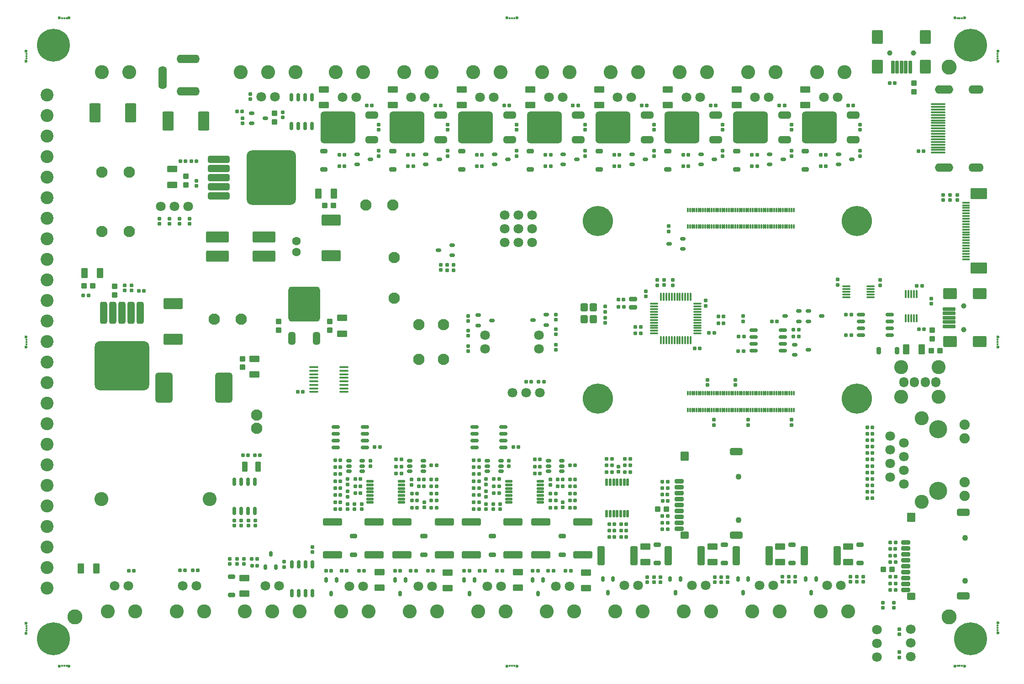
<source format=gts>
G04*
G04 #@! TF.GenerationSoftware,Altium Limited,Altium Designer,22.1.2 (22)*
G04*
G04 Layer_Color=8388736*
%FSLAX44Y44*%
%MOMM*%
G71*
G04*
G04 #@! TF.SameCoordinates,29E8C143-3DC4-495F-BF5F-5F13AAE0725B*
G04*
G04*
G04 #@! TF.FilePolarity,Negative*
G04*
G01*
G75*
G04:AMPARAMS|DCode=67|XSize=1.3mm|YSize=2.3mm|CornerRadius=0.23mm|HoleSize=0mm|Usage=FLASHONLY|Rotation=90.000|XOffset=0mm|YOffset=0mm|HoleType=Round|Shape=RoundedRectangle|*
%AMROUNDEDRECTD67*
21,1,1.3000,1.8400,0,0,90.0*
21,1,0.8400,2.3000,0,0,90.0*
1,1,0.4600,0.9200,0.4200*
1,1,0.4600,0.9200,-0.4200*
1,1,0.4600,-0.9200,-0.4200*
1,1,0.4600,-0.9200,0.4200*
%
%ADD67ROUNDEDRECTD67*%
G04:AMPARAMS|DCode=68|XSize=1.7mm|YSize=1.6mm|CornerRadius=0.275mm|HoleSize=0mm|Usage=FLASHONLY|Rotation=90.000|XOffset=0mm|YOffset=0mm|HoleType=Round|Shape=RoundedRectangle|*
%AMROUNDEDRECTD68*
21,1,1.7000,1.0500,0,0,90.0*
21,1,1.1500,1.6000,0,0,90.0*
1,1,0.5500,0.5250,0.5750*
1,1,0.5500,0.5250,-0.5750*
1,1,0.5500,-0.5250,-0.5750*
1,1,0.5500,-0.5250,0.5750*
%
%ADD68ROUNDEDRECTD68*%
G04:AMPARAMS|DCode=69|XSize=0.8mm|YSize=1.7mm|CornerRadius=0.155mm|HoleSize=0mm|Usage=FLASHONLY|Rotation=90.000|XOffset=0mm|YOffset=0mm|HoleType=Round|Shape=RoundedRectangle|*
%AMROUNDEDRECTD69*
21,1,0.8000,1.3900,0,0,90.0*
21,1,0.4900,1.7000,0,0,90.0*
1,1,0.3100,0.6950,0.2450*
1,1,0.3100,0.6950,-0.2450*
1,1,0.3100,-0.6950,-0.2450*
1,1,0.3100,-0.6950,0.2450*
%
%ADD69ROUNDEDRECTD69*%
G04:AMPARAMS|DCode=70|XSize=1.3mm|YSize=1.6mm|CornerRadius=0.23mm|HoleSize=0mm|Usage=FLASHONLY|Rotation=90.000|XOffset=0mm|YOffset=0mm|HoleType=Round|Shape=RoundedRectangle|*
%AMROUNDEDRECTD70*
21,1,1.3000,1.1400,0,0,90.0*
21,1,0.8400,1.6000,0,0,90.0*
1,1,0.4600,0.5700,0.4200*
1,1,0.4600,0.5700,-0.4200*
1,1,0.4600,-0.5700,-0.4200*
1,1,0.4600,-0.5700,0.4200*
%
%ADD70ROUNDEDRECTD70*%
G04:AMPARAMS|DCode=71|XSize=3.1mm|YSize=2.1mm|CornerRadius=0.15mm|HoleSize=0mm|Usage=FLASHONLY|Rotation=0.000|XOffset=0mm|YOffset=0mm|HoleType=Round|Shape=RoundedRectangle|*
%AMROUNDEDRECTD71*
21,1,3.1000,1.8000,0,0,0.0*
21,1,2.8000,2.1000,0,0,0.0*
1,1,0.3000,1.4000,-0.9000*
1,1,0.3000,-1.4000,-0.9000*
1,1,0.3000,-1.4000,0.9000*
1,1,0.3000,1.4000,0.9000*
%
%ADD71ROUNDEDRECTD71*%
G04:AMPARAMS|DCode=72|XSize=1.4mm|YSize=0.4mm|CornerRadius=0.125mm|HoleSize=0mm|Usage=FLASHONLY|Rotation=0.000|XOffset=0mm|YOffset=0mm|HoleType=Round|Shape=RoundedRectangle|*
%AMROUNDEDRECTD72*
21,1,1.4000,0.1500,0,0,0.0*
21,1,1.1500,0.4000,0,0,0.0*
1,1,0.2500,0.5750,-0.0750*
1,1,0.2500,-0.5750,-0.0750*
1,1,0.2500,-0.5750,0.0750*
1,1,0.2500,0.5750,0.0750*
%
%ADD72ROUNDEDRECTD72*%
G04:AMPARAMS|DCode=73|XSize=1.65mm|YSize=0.4mm|CornerRadius=0.125mm|HoleSize=0mm|Usage=FLASHONLY|Rotation=0.000|XOffset=0mm|YOffset=0mm|HoleType=Round|Shape=RoundedRectangle|*
%AMROUNDEDRECTD73*
21,1,1.6500,0.1500,0,0,0.0*
21,1,1.4000,0.4000,0,0,0.0*
1,1,0.2500,0.7000,-0.0750*
1,1,0.2500,-0.7000,-0.0750*
1,1,0.2500,-0.7000,0.0750*
1,1,0.2500,0.7000,0.0750*
%
%ADD73ROUNDEDRECTD73*%
G04:AMPARAMS|DCode=74|XSize=1.36mm|YSize=0.46mm|CornerRadius=0.14mm|HoleSize=0mm|Usage=FLASHONLY|Rotation=270.000|XOffset=0mm|YOffset=0mm|HoleType=Round|Shape=RoundedRectangle|*
%AMROUNDEDRECTD74*
21,1,1.3600,0.1800,0,0,270.0*
21,1,1.0800,0.4600,0,0,270.0*
1,1,0.2800,-0.0900,-0.5400*
1,1,0.2800,-0.0900,0.5400*
1,1,0.2800,0.0900,0.5400*
1,1,0.2800,0.0900,-0.5400*
%
%ADD74ROUNDEDRECTD74*%
G04:AMPARAMS|DCode=75|XSize=1.3mm|YSize=4.1mm|CornerRadius=0.35mm|HoleSize=0mm|Usage=FLASHONLY|Rotation=270.000|XOffset=0mm|YOffset=0mm|HoleType=Round|Shape=RoundedRectangle|*
%AMROUNDEDRECTD75*
21,1,1.3000,3.4000,0,0,270.0*
21,1,0.6000,4.1000,0,0,270.0*
1,1,0.7000,-1.7000,-0.3000*
1,1,0.7000,-1.7000,0.3000*
1,1,0.7000,1.7000,0.3000*
1,1,0.7000,1.7000,-0.3000*
%
%ADD75ROUNDEDRECTD75*%
G04:AMPARAMS|DCode=76|XSize=10.1mm|YSize=9.1mm|CornerRadius=0.95mm|HoleSize=0mm|Usage=FLASHONLY|Rotation=270.000|XOffset=0mm|YOffset=0mm|HoleType=Round|Shape=RoundedRectangle|*
%AMROUNDEDRECTD76*
21,1,10.1000,7.2000,0,0,270.0*
21,1,8.2000,9.1000,0,0,270.0*
1,1,1.9000,-3.6000,-4.1000*
1,1,1.9000,-3.6000,4.1000*
1,1,1.9000,3.6000,4.1000*
1,1,1.9000,3.6000,-4.1000*
%
%ADD76ROUNDEDRECTD76*%
G04:AMPARAMS|DCode=77|XSize=5.9mm|YSize=6.5mm|CornerRadius=0.63mm|HoleSize=0mm|Usage=FLASHONLY|Rotation=0.000|XOffset=0mm|YOffset=0mm|HoleType=Round|Shape=RoundedRectangle|*
%AMROUNDEDRECTD77*
21,1,5.9000,5.2400,0,0,0.0*
21,1,4.6400,6.5000,0,0,0.0*
1,1,1.2600,2.3200,-2.6200*
1,1,1.2600,-2.3200,-2.6200*
1,1,1.2600,-2.3200,2.6200*
1,1,1.2600,2.3200,2.6200*
%
%ADD77ROUNDEDRECTD77*%
G04:AMPARAMS|DCode=78|XSize=1.3mm|YSize=2.3mm|CornerRadius=0.35mm|HoleSize=0mm|Usage=FLASHONLY|Rotation=0.000|XOffset=0mm|YOffset=0mm|HoleType=Round|Shape=RoundedRectangle|*
%AMROUNDEDRECTD78*
21,1,1.3000,1.6000,0,0,0.0*
21,1,0.6000,2.3000,0,0,0.0*
1,1,0.7000,0.3000,-0.8000*
1,1,0.7000,-0.3000,-0.8000*
1,1,0.7000,-0.3000,0.8000*
1,1,0.7000,0.3000,0.8000*
%
%ADD78ROUNDEDRECTD78*%
G04:AMPARAMS|DCode=79|XSize=3.2mm|YSize=5.6mm|CornerRadius=0.515mm|HoleSize=0mm|Usage=FLASHONLY|Rotation=0.000|XOffset=0mm|YOffset=0mm|HoleType=Round|Shape=RoundedRectangle|*
%AMROUNDEDRECTD79*
21,1,3.2000,4.5700,0,0,0.0*
21,1,2.1700,5.6000,0,0,0.0*
1,1,1.0300,1.0850,-2.2850*
1,1,1.0300,-1.0850,-2.2850*
1,1,1.0300,-1.0850,2.2850*
1,1,1.0300,1.0850,2.2850*
%
%ADD79ROUNDEDRECTD79*%
G04:AMPARAMS|DCode=80|XSize=1mm|YSize=0.6mm|CornerRadius=0.175mm|HoleSize=0mm|Usage=FLASHONLY|Rotation=0.000|XOffset=0mm|YOffset=0mm|HoleType=Round|Shape=RoundedRectangle|*
%AMROUNDEDRECTD80*
21,1,1.0000,0.2500,0,0,0.0*
21,1,0.6500,0.6000,0,0,0.0*
1,1,0.3500,0.3250,-0.1250*
1,1,0.3500,-0.3250,-0.1250*
1,1,0.3500,-0.3250,0.1250*
1,1,0.3500,0.3250,0.1250*
%
%ADD80ROUNDEDRECTD80*%
G04:AMPARAMS|DCode=81|XSize=1.5mm|YSize=0.6mm|CornerRadius=0.175mm|HoleSize=0mm|Usage=FLASHONLY|Rotation=90.000|XOffset=0mm|YOffset=0mm|HoleType=Round|Shape=RoundedRectangle|*
%AMROUNDEDRECTD81*
21,1,1.5000,0.2500,0,0,90.0*
21,1,1.1500,0.6000,0,0,90.0*
1,1,0.3500,0.1250,0.5750*
1,1,0.3500,0.1250,-0.5750*
1,1,0.3500,-0.1250,-0.5750*
1,1,0.3500,-0.1250,0.5750*
%
%ADD81ROUNDEDRECTD81*%
G04:AMPARAMS|DCode=82|XSize=0.8mm|YSize=1.3mm|CornerRadius=0.12mm|HoleSize=0mm|Usage=FLASHONLY|Rotation=90.000|XOffset=0mm|YOffset=0mm|HoleType=Round|Shape=RoundedRectangle|*
%AMROUNDEDRECTD82*
21,1,0.8000,1.0600,0,0,90.0*
21,1,0.5600,1.3000,0,0,90.0*
1,1,0.2400,0.5300,0.2800*
1,1,0.2400,0.5300,-0.2800*
1,1,0.2400,-0.5300,-0.2800*
1,1,0.2400,-0.5300,0.2800*
%
%ADD82ROUNDEDRECTD82*%
G04:AMPARAMS|DCode=83|XSize=1.35mm|YSize=3.5mm|CornerRadius=0.175mm|HoleSize=0mm|Usage=FLASHONLY|Rotation=0.000|XOffset=0mm|YOffset=0mm|HoleType=Round|Shape=RoundedRectangle|*
%AMROUNDEDRECTD83*
21,1,1.3500,3.1500,0,0,0.0*
21,1,1.0000,3.5000,0,0,0.0*
1,1,0.3500,0.5000,-1.5750*
1,1,0.3500,-0.5000,-1.5750*
1,1,0.3500,-0.5000,1.5750*
1,1,0.3500,0.5000,1.5750*
%
%ADD83ROUNDEDRECTD83*%
G04:AMPARAMS|DCode=84|XSize=1.25mm|YSize=1.9mm|CornerRadius=0.165mm|HoleSize=0mm|Usage=FLASHONLY|Rotation=0.000|XOffset=0mm|YOffset=0mm|HoleType=Round|Shape=RoundedRectangle|*
%AMROUNDEDRECTD84*
21,1,1.2500,1.5700,0,0,0.0*
21,1,0.9200,1.9000,0,0,0.0*
1,1,0.3300,0.4600,-0.7850*
1,1,0.3300,-0.4600,-0.7850*
1,1,0.3300,-0.4600,0.7850*
1,1,0.3300,0.4600,0.7850*
%
%ADD84ROUNDEDRECTD84*%
G04:AMPARAMS|DCode=85|XSize=0.67mm|YSize=0.72mm|CornerRadius=0.107mm|HoleSize=0mm|Usage=FLASHONLY|Rotation=180.000|XOffset=0mm|YOffset=0mm|HoleType=Round|Shape=RoundedRectangle|*
%AMROUNDEDRECTD85*
21,1,0.6700,0.5060,0,0,180.0*
21,1,0.4560,0.7200,0,0,180.0*
1,1,0.2140,-0.2280,0.2530*
1,1,0.2140,0.2280,0.2530*
1,1,0.2140,0.2280,-0.2530*
1,1,0.2140,-0.2280,-0.2530*
%
%ADD85ROUNDEDRECTD85*%
G04:AMPARAMS|DCode=86|XSize=1.05mm|YSize=1.1mm|CornerRadius=0.145mm|HoleSize=0mm|Usage=FLASHONLY|Rotation=90.000|XOffset=0mm|YOffset=0mm|HoleType=Round|Shape=RoundedRectangle|*
%AMROUNDEDRECTD86*
21,1,1.0500,0.8100,0,0,90.0*
21,1,0.7600,1.1000,0,0,90.0*
1,1,0.2900,0.4050,0.3800*
1,1,0.2900,0.4050,-0.3800*
1,1,0.2900,-0.4050,-0.3800*
1,1,0.2900,-0.4050,0.3800*
%
%ADD86ROUNDEDRECTD86*%
G04:AMPARAMS|DCode=87|XSize=0.67mm|YSize=0.72mm|CornerRadius=0.107mm|HoleSize=0mm|Usage=FLASHONLY|Rotation=270.000|XOffset=0mm|YOffset=0mm|HoleType=Round|Shape=RoundedRectangle|*
%AMROUNDEDRECTD87*
21,1,0.6700,0.5060,0,0,270.0*
21,1,0.4560,0.7200,0,0,270.0*
1,1,0.2140,-0.2530,-0.2280*
1,1,0.2140,-0.2530,0.2280*
1,1,0.2140,0.2530,0.2280*
1,1,0.2140,0.2530,-0.2280*
%
%ADD87ROUNDEDRECTD87*%
G04:AMPARAMS|DCode=88|XSize=0.4mm|YSize=1.45mm|CornerRadius=0.095mm|HoleSize=0mm|Usage=FLASHONLY|Rotation=0.000|XOffset=0mm|YOffset=0mm|HoleType=Round|Shape=RoundedRectangle|*
%AMROUNDEDRECTD88*
21,1,0.4000,1.2600,0,0,0.0*
21,1,0.2100,1.4500,0,0,0.0*
1,1,0.1900,0.1050,-0.6300*
1,1,0.1900,-0.1050,-0.6300*
1,1,0.1900,-0.1050,0.6300*
1,1,0.1900,0.1050,0.6300*
%
%ADD88ROUNDEDRECTD88*%
%ADD89O,1.6500X0.3500*%
%ADD90O,0.3500X1.6500*%
G04:AMPARAMS|DCode=91|XSize=4.3mm|YSize=2.1mm|CornerRadius=0.35mm|HoleSize=0mm|Usage=FLASHONLY|Rotation=0.000|XOffset=0mm|YOffset=0mm|HoleType=Round|Shape=RoundedRectangle|*
%AMROUNDEDRECTD91*
21,1,4.3000,1.4000,0,0,0.0*
21,1,3.6000,2.1000,0,0,0.0*
1,1,0.7000,1.8000,-0.7000*
1,1,0.7000,-1.8000,-0.7000*
1,1,0.7000,-1.8000,0.7000*
1,1,0.7000,1.8000,0.7000*
%
%ADD91ROUNDEDRECTD91*%
G04:AMPARAMS|DCode=92|XSize=2.7mm|YSize=0.4mm|CornerRadius=0.125mm|HoleSize=0mm|Usage=FLASHONLY|Rotation=180.000|XOffset=0mm|YOffset=0mm|HoleType=Round|Shape=RoundedRectangle|*
%AMROUNDEDRECTD92*
21,1,2.7000,0.1500,0,0,180.0*
21,1,2.4500,0.4000,0,0,180.0*
1,1,0.2500,-1.2250,0.0750*
1,1,0.2500,1.2250,0.0750*
1,1,0.2500,1.2250,-0.0750*
1,1,0.2500,-1.2250,-0.0750*
%
%ADD92ROUNDEDRECTD92*%
%ADD93C,2.8000*%
G04:AMPARAMS|DCode=94|XSize=2.1mm|YSize=3.5mm|CornerRadius=0.25mm|HoleSize=0mm|Usage=FLASHONLY|Rotation=270.000|XOffset=0mm|YOffset=0mm|HoleType=Round|Shape=RoundedRectangle|*
%AMROUNDEDRECTD94*
21,1,2.1000,3.0000,0,0,270.0*
21,1,1.6000,3.5000,0,0,270.0*
1,1,0.5000,-1.5000,-0.8000*
1,1,0.5000,-1.5000,0.8000*
1,1,0.5000,1.5000,0.8000*
1,1,0.5000,1.5000,-0.8000*
%
%ADD94ROUNDEDRECTD94*%
G04:AMPARAMS|DCode=95|XSize=0.3mm|YSize=0.8mm|CornerRadius=0.1mm|HoleSize=0mm|Usage=FLASHONLY|Rotation=0.000|XOffset=0mm|YOffset=0mm|HoleType=Round|Shape=RoundedRectangle|*
%AMROUNDEDRECTD95*
21,1,0.3000,0.6000,0,0,0.0*
21,1,0.1000,0.8000,0,0,0.0*
1,1,0.2000,0.0500,-0.3000*
1,1,0.2000,-0.0500,-0.3000*
1,1,0.2000,-0.0500,0.3000*
1,1,0.2000,0.0500,0.3000*
%
%ADD95ROUNDEDRECTD95*%
G04:AMPARAMS|DCode=96|XSize=1.5mm|YSize=1.3mm|CornerRadius=0.23mm|HoleSize=0mm|Usage=FLASHONLY|Rotation=270.000|XOffset=0mm|YOffset=0mm|HoleType=Round|Shape=RoundedRectangle|*
%AMROUNDEDRECTD96*
21,1,1.5000,0.8400,0,0,270.0*
21,1,1.0400,1.3000,0,0,270.0*
1,1,0.4600,-0.4200,-0.5200*
1,1,0.4600,-0.4200,0.5200*
1,1,0.4600,0.4200,0.5200*
1,1,0.4600,0.4200,-0.5200*
%
%ADD96ROUNDEDRECTD96*%
G04:AMPARAMS|DCode=97|XSize=1.1mm|YSize=1.9mm|CornerRadius=0.15mm|HoleSize=0mm|Usage=FLASHONLY|Rotation=180.000|XOffset=0mm|YOffset=0mm|HoleType=Round|Shape=RoundedRectangle|*
%AMROUNDEDRECTD97*
21,1,1.1000,1.6000,0,0,180.0*
21,1,0.8000,1.9000,0,0,180.0*
1,1,0.3000,-0.4000,0.8000*
1,1,0.3000,0.4000,0.8000*
1,1,0.3000,0.4000,-0.8000*
1,1,0.3000,-0.4000,-0.8000*
%
%ADD97ROUNDEDRECTD97*%
G04:AMPARAMS|DCode=98|XSize=0.8mm|YSize=1.5mm|CornerRadius=0.155mm|HoleSize=0mm|Usage=FLASHONLY|Rotation=90.000|XOffset=0mm|YOffset=0mm|HoleType=Round|Shape=RoundedRectangle|*
%AMROUNDEDRECTD98*
21,1,0.8000,1.1900,0,0,90.0*
21,1,0.4900,1.5000,0,0,90.0*
1,1,0.3100,0.5950,0.2450*
1,1,0.3100,0.5950,-0.2450*
1,1,0.3100,-0.5950,-0.2450*
1,1,0.3100,-0.5950,0.2450*
%
%ADD98ROUNDEDRECTD98*%
G04:AMPARAMS|DCode=99|XSize=2.6mm|YSize=2.1mm|CornerRadius=0.35mm|HoleSize=0mm|Usage=FLASHONLY|Rotation=270.000|XOffset=0mm|YOffset=0mm|HoleType=Round|Shape=RoundedRectangle|*
%AMROUNDEDRECTD99*
21,1,2.6000,1.4000,0,0,270.0*
21,1,1.9000,2.1000,0,0,270.0*
1,1,0.7000,-0.7000,-0.9500*
1,1,0.7000,-0.7000,0.9500*
1,1,0.7000,0.7000,0.9500*
1,1,0.7000,0.7000,-0.9500*
%
%ADD99ROUNDEDRECTD99*%
G04:AMPARAMS|DCode=100|XSize=2.4mm|YSize=0.6mm|CornerRadius=0.125mm|HoleSize=0mm|Usage=FLASHONLY|Rotation=270.000|XOffset=0mm|YOffset=0mm|HoleType=Round|Shape=RoundedRectangle|*
%AMROUNDEDRECTD100*
21,1,2.4000,0.3500,0,0,270.0*
21,1,2.1500,0.6000,0,0,270.0*
1,1,0.2500,-0.1750,-1.0750*
1,1,0.2500,-0.1750,1.0750*
1,1,0.2500,0.1750,1.0750*
1,1,0.2500,0.1750,-1.0750*
%
%ADD100ROUNDEDRECTD100*%
G04:AMPARAMS|DCode=101|XSize=2.4mm|YSize=0.6mm|CornerRadius=0.125mm|HoleSize=0mm|Usage=FLASHONLY|Rotation=180.000|XOffset=0mm|YOffset=0mm|HoleType=Round|Shape=RoundedRectangle|*
%AMROUNDEDRECTD101*
21,1,2.4000,0.3500,0,0,180.0*
21,1,2.1500,0.6000,0,0,180.0*
1,1,0.2500,-1.0750,0.1750*
1,1,0.2500,1.0750,0.1750*
1,1,0.2500,1.0750,-0.1750*
1,1,0.2500,-1.0750,-0.1750*
%
%ADD101ROUNDEDRECTD101*%
G04:AMPARAMS|DCode=102|XSize=2.6mm|YSize=2.1mm|CornerRadius=0.35mm|HoleSize=0mm|Usage=FLASHONLY|Rotation=0.000|XOffset=0mm|YOffset=0mm|HoleType=Round|Shape=RoundedRectangle|*
%AMROUNDEDRECTD102*
21,1,2.6000,1.4000,0,0,0.0*
21,1,1.9000,2.1000,0,0,0.0*
1,1,0.7000,0.9500,-0.7000*
1,1,0.7000,-0.9500,-0.7000*
1,1,0.7000,-0.9500,0.7000*
1,1,0.7000,0.9500,0.7000*
%
%ADD102ROUNDEDRECTD102*%
G04:AMPARAMS|DCode=103|XSize=1.25mm|YSize=1.9mm|CornerRadius=0.165mm|HoleSize=0mm|Usage=FLASHONLY|Rotation=270.000|XOffset=0mm|YOffset=0mm|HoleType=Round|Shape=RoundedRectangle|*
%AMROUNDEDRECTD103*
21,1,1.2500,1.5700,0,0,270.0*
21,1,0.9200,1.9000,0,0,270.0*
1,1,0.3300,-0.7850,-0.4600*
1,1,0.3300,-0.7850,0.4600*
1,1,0.3300,0.7850,0.4600*
1,1,0.3300,0.7850,-0.4600*
%
%ADD103ROUNDEDRECTD103*%
G04:AMPARAMS|DCode=104|XSize=1.05mm|YSize=1.1mm|CornerRadius=0.145mm|HoleSize=0mm|Usage=FLASHONLY|Rotation=0.000|XOffset=0mm|YOffset=0mm|HoleType=Round|Shape=RoundedRectangle|*
%AMROUNDEDRECTD104*
21,1,1.0500,0.8100,0,0,0.0*
21,1,0.7600,1.1000,0,0,0.0*
1,1,0.2900,0.3800,-0.4050*
1,1,0.2900,-0.3800,-0.4050*
1,1,0.2900,-0.3800,0.4050*
1,1,0.2900,0.3800,0.4050*
%
%ADD104ROUNDEDRECTD104*%
G04:AMPARAMS|DCode=105|XSize=2.1mm|YSize=3.5mm|CornerRadius=0.25mm|HoleSize=0mm|Usage=FLASHONLY|Rotation=0.000|XOffset=0mm|YOffset=0mm|HoleType=Round|Shape=RoundedRectangle|*
%AMROUNDEDRECTD105*
21,1,2.1000,3.0000,0,0,0.0*
21,1,1.6000,3.5000,0,0,0.0*
1,1,0.5000,0.8000,-1.5000*
1,1,0.5000,-0.8000,-1.5000*
1,1,0.5000,-0.8000,1.5000*
1,1,0.5000,0.8000,1.5000*
%
%ADD105ROUNDEDRECTD105*%
G04:AMPARAMS|DCode=106|XSize=0.8mm|YSize=1.3mm|CornerRadius=0.12mm|HoleSize=0mm|Usage=FLASHONLY|Rotation=0.000|XOffset=0mm|YOffset=0mm|HoleType=Round|Shape=RoundedRectangle|*
%AMROUNDEDRECTD106*
21,1,0.8000,1.0600,0,0,0.0*
21,1,0.5600,1.3000,0,0,0.0*
1,1,0.2400,0.2800,-0.5300*
1,1,0.2400,-0.2800,-0.5300*
1,1,0.2400,-0.2800,0.5300*
1,1,0.2400,0.2800,0.5300*
%
%ADD106ROUNDEDRECTD106*%
G04:AMPARAMS|DCode=107|XSize=5.9mm|YSize=6.5mm|CornerRadius=0.63mm|HoleSize=0mm|Usage=FLASHONLY|Rotation=90.000|XOffset=0mm|YOffset=0mm|HoleType=Round|Shape=RoundedRectangle|*
%AMROUNDEDRECTD107*
21,1,5.9000,5.2400,0,0,90.0*
21,1,4.6400,6.5000,0,0,90.0*
1,1,1.2600,2.6200,2.3200*
1,1,1.2600,2.6200,-2.3200*
1,1,1.2600,-2.6200,-2.3200*
1,1,1.2600,-2.6200,2.3200*
%
%ADD107ROUNDEDRECTD107*%
G04:AMPARAMS|DCode=108|XSize=1.3mm|YSize=2.3mm|CornerRadius=0.35mm|HoleSize=0mm|Usage=FLASHONLY|Rotation=90.000|XOffset=0mm|YOffset=0mm|HoleType=Round|Shape=RoundedRectangle|*
%AMROUNDEDRECTD108*
21,1,1.3000,1.6000,0,0,90.0*
21,1,0.6000,2.3000,0,0,90.0*
1,1,0.7000,0.8000,0.3000*
1,1,0.7000,0.8000,-0.3000*
1,1,0.7000,-0.8000,-0.3000*
1,1,0.7000,-0.8000,0.3000*
%
%ADD108ROUNDEDRECTD108*%
G04:AMPARAMS|DCode=109|XSize=1.35mm|YSize=3.5mm|CornerRadius=0.175mm|HoleSize=0mm|Usage=FLASHONLY|Rotation=270.000|XOffset=0mm|YOffset=0mm|HoleType=Round|Shape=RoundedRectangle|*
%AMROUNDEDRECTD109*
21,1,1.3500,3.1500,0,0,270.0*
21,1,1.0000,3.5000,0,0,270.0*
1,1,0.3500,-1.5750,-0.5000*
1,1,0.3500,-1.5750,0.5000*
1,1,0.3500,1.5750,0.5000*
1,1,0.3500,1.5750,-0.5000*
%
%ADD109ROUNDEDRECTD109*%
G04:AMPARAMS|DCode=110|XSize=1.36mm|YSize=0.46mm|CornerRadius=0.14mm|HoleSize=0mm|Usage=FLASHONLY|Rotation=0.000|XOffset=0mm|YOffset=0mm|HoleType=Round|Shape=RoundedRectangle|*
%AMROUNDEDRECTD110*
21,1,1.3600,0.1800,0,0,0.0*
21,1,1.0800,0.4600,0,0,0.0*
1,1,0.2800,0.5400,-0.0900*
1,1,0.2800,-0.5400,-0.0900*
1,1,0.2800,-0.5400,0.0900*
1,1,0.2800,0.5400,0.0900*
%
%ADD110ROUNDEDRECTD110*%
G04:AMPARAMS|DCode=111|XSize=1.5mm|YSize=0.6mm|CornerRadius=0.175mm|HoleSize=0mm|Usage=FLASHONLY|Rotation=0.000|XOffset=0mm|YOffset=0mm|HoleType=Round|Shape=RoundedRectangle|*
%AMROUNDEDRECTD111*
21,1,1.5000,0.2500,0,0,0.0*
21,1,1.1500,0.6000,0,0,0.0*
1,1,0.3500,0.5750,-0.1250*
1,1,0.3500,-0.5750,-0.1250*
1,1,0.3500,-0.5750,0.1250*
1,1,0.3500,0.5750,0.1250*
%
%ADD111ROUNDEDRECTD111*%
G04:AMPARAMS|DCode=112|XSize=1.3mm|YSize=4.1mm|CornerRadius=0.35mm|HoleSize=0mm|Usage=FLASHONLY|Rotation=180.000|XOffset=0mm|YOffset=0mm|HoleType=Round|Shape=RoundedRectangle|*
%AMROUNDEDRECTD112*
21,1,1.3000,3.4000,0,0,180.0*
21,1,0.6000,4.1000,0,0,180.0*
1,1,0.7000,-0.3000,1.7000*
1,1,0.7000,0.3000,1.7000*
1,1,0.7000,0.3000,-1.7000*
1,1,0.7000,-0.3000,-1.7000*
%
%ADD112ROUNDEDRECTD112*%
G04:AMPARAMS|DCode=113|XSize=10.1mm|YSize=9.1mm|CornerRadius=0.95mm|HoleSize=0mm|Usage=FLASHONLY|Rotation=180.000|XOffset=0mm|YOffset=0mm|HoleType=Round|Shape=RoundedRectangle|*
%AMROUNDEDRECTD113*
21,1,10.1000,7.2000,0,0,180.0*
21,1,8.2000,9.1000,0,0,180.0*
1,1,1.9000,-4.1000,3.6000*
1,1,1.9000,4.1000,3.6000*
1,1,1.9000,4.1000,-3.6000*
1,1,1.9000,-4.1000,-3.6000*
%
%ADD113ROUNDEDRECTD113*%
G04:AMPARAMS|DCode=114|XSize=1mm|YSize=0.6mm|CornerRadius=0.175mm|HoleSize=0mm|Usage=FLASHONLY|Rotation=270.000|XOffset=0mm|YOffset=0mm|HoleType=Round|Shape=RoundedRectangle|*
%AMROUNDEDRECTD114*
21,1,1.0000,0.2500,0,0,270.0*
21,1,0.6500,0.6000,0,0,270.0*
1,1,0.3500,-0.1250,-0.3250*
1,1,0.3500,-0.1250,0.3250*
1,1,0.3500,0.1250,0.3250*
1,1,0.3500,0.1250,-0.3250*
%
%ADD114ROUNDEDRECTD114*%
G04:AMPARAMS|DCode=115|XSize=0.4mm|YSize=1.45mm|CornerRadius=0.095mm|HoleSize=0mm|Usage=FLASHONLY|Rotation=90.000|XOffset=0mm|YOffset=0mm|HoleType=Round|Shape=RoundedRectangle|*
%AMROUNDEDRECTD115*
21,1,0.4000,1.2600,0,0,90.0*
21,1,0.2100,1.4500,0,0,90.0*
1,1,0.1900,0.6300,0.1050*
1,1,0.1900,0.6300,-0.1050*
1,1,0.1900,-0.6300,-0.1050*
1,1,0.1900,-0.6300,0.1050*
%
%ADD115ROUNDEDRECTD115*%
%ADD116C,1.1000*%
%ADD117C,2.4000*%
%ADD118C,2.1000*%
%ADD119C,0.6000*%
%ADD120C,0.4000*%
%ADD121C,1.8000*%
%ADD122C,2.6000*%
%ADD123C,1.9000*%
%ADD124C,3.3500*%
%ADD125O,3.4000X1.6000*%
%ADD126O,2.8000X1.6000*%
%ADD127C,1.6000*%
%ADD128O,4.3000X1.6000*%
%ADD129O,1.6000X4.3000*%
%ADD130O,1.7000X1.9000*%
%ADD131C,1.0000*%
%ADD132C,5.6000*%
%ADD133C,6.1000*%
%ADD134C,0.9032*%
D67*
X1736000Y284000D02*
D03*
Y129000D02*
D03*
X1316000Y397000D02*
D03*
Y242000D02*
D03*
D68*
X1640000Y275000D02*
D03*
X1220000Y388000D02*
D03*
D69*
X1630000Y228500D02*
D03*
Y206500D02*
D03*
Y151500D02*
D03*
Y195500D02*
D03*
Y184500D02*
D03*
Y162500D02*
D03*
Y173500D02*
D03*
Y217500D02*
D03*
Y140500D02*
D03*
X1210000Y341500D02*
D03*
Y319500D02*
D03*
Y264500D02*
D03*
Y308500D02*
D03*
Y297500D02*
D03*
Y275500D02*
D03*
Y286500D02*
D03*
Y330500D02*
D03*
Y253500D02*
D03*
D70*
X1640000Y128500D02*
D03*
X1220000Y241500D02*
D03*
D71*
X1765000Y737000D02*
D03*
Y875000D02*
D03*
D72*
X1741500Y803500D02*
D03*
Y808500D02*
D03*
Y813500D02*
D03*
Y818500D02*
D03*
Y823500D02*
D03*
Y828500D02*
D03*
Y833500D02*
D03*
Y838500D02*
D03*
Y783500D02*
D03*
Y788500D02*
D03*
Y793500D02*
D03*
Y798500D02*
D03*
Y763500D02*
D03*
Y768500D02*
D03*
Y773500D02*
D03*
Y778500D02*
D03*
Y843500D02*
D03*
Y848500D02*
D03*
Y853500D02*
D03*
Y858500D02*
D03*
Y753500D02*
D03*
Y758500D02*
D03*
D73*
X532500Y514000D02*
D03*
X588500Y553000D02*
D03*
X532500Y540000D02*
D03*
Y533500D02*
D03*
Y527000D02*
D03*
Y520500D02*
D03*
Y507500D02*
D03*
Y553000D02*
D03*
Y546500D02*
D03*
X588500Y533500D02*
D03*
Y540000D02*
D03*
Y546500D02*
D03*
Y507500D02*
D03*
Y514000D02*
D03*
Y520500D02*
D03*
Y527000D02*
D03*
D74*
X1095000Y282000D02*
D03*
X1101500D02*
D03*
X1108000D02*
D03*
X1114500D02*
D03*
X1075500D02*
D03*
X1082000D02*
D03*
X1088500D02*
D03*
Y340000D02*
D03*
X1082000D02*
D03*
X1075500D02*
D03*
X1114500D02*
D03*
X1108000D02*
D03*
X1101500D02*
D03*
X1095000D02*
D03*
D75*
X356000Y888000D02*
D03*
Y939000D02*
D03*
Y871000D02*
D03*
Y922000D02*
D03*
Y905000D02*
D03*
D76*
X454000D02*
D03*
D77*
X515000Y670000D02*
D03*
D78*
X537800Y607000D02*
D03*
X492200D02*
D03*
D79*
X254500Y515000D02*
D03*
X365500D02*
D03*
D80*
X992500Y360000D02*
D03*
Y370000D02*
D03*
Y380000D02*
D03*
X967500Y360000D02*
D03*
Y370000D02*
D03*
Y380000D02*
D03*
X1216500Y772500D02*
D03*
Y791500D02*
D03*
X1191500Y782000D02*
D03*
X612590Y947880D02*
D03*
Y928880D02*
D03*
X637590Y938380D02*
D03*
X740080Y947880D02*
D03*
Y928880D02*
D03*
X765080Y938380D02*
D03*
X867570Y947880D02*
D03*
Y928880D02*
D03*
X892570Y938380D02*
D03*
X995060Y947880D02*
D03*
Y928880D02*
D03*
X1020060Y938380D02*
D03*
X1122550Y947880D02*
D03*
Y928880D02*
D03*
X1147550Y938380D02*
D03*
X1250040Y947880D02*
D03*
Y928880D02*
D03*
X1275040Y938380D02*
D03*
X1377530Y947880D02*
D03*
Y928880D02*
D03*
X1402530Y938380D02*
D03*
X1505020Y947880D02*
D03*
Y928880D02*
D03*
X1530020Y938380D02*
D03*
X597500Y380000D02*
D03*
Y370000D02*
D03*
Y360000D02*
D03*
X622500Y380000D02*
D03*
Y370000D02*
D03*
Y360000D02*
D03*
X879500D02*
D03*
Y370000D02*
D03*
Y380000D02*
D03*
X854500Y360000D02*
D03*
Y370000D02*
D03*
Y380000D02*
D03*
X710500D02*
D03*
Y370000D02*
D03*
Y360000D02*
D03*
X735500Y380000D02*
D03*
Y370000D02*
D03*
Y360000D02*
D03*
X837500Y649500D02*
D03*
Y630500D02*
D03*
X862500Y640000D02*
D03*
X963800Y631465D02*
D03*
Y650465D02*
D03*
X938800Y640965D02*
D03*
X1448999Y657467D02*
D03*
Y638467D02*
D03*
X1473999Y647968D02*
D03*
X1423999Y594967D02*
D03*
Y575967D02*
D03*
X1448999Y585467D02*
D03*
X789000Y760500D02*
D03*
Y779500D02*
D03*
X764000Y770000D02*
D03*
X1431499Y638467D02*
D03*
Y657467D02*
D03*
X1406499Y647968D02*
D03*
X417500Y1024500D02*
D03*
Y1005500D02*
D03*
X442500Y1015000D02*
D03*
D81*
X529050Y1054000D02*
D03*
X516350D02*
D03*
X503650D02*
D03*
X490950D02*
D03*
X529050Y1000000D02*
D03*
X516350D02*
D03*
X503650D02*
D03*
X490950D02*
D03*
X385300Y287000D02*
D03*
X398000D02*
D03*
X410700D02*
D03*
X423400D02*
D03*
X385300Y341000D02*
D03*
X398000D02*
D03*
X410700D02*
D03*
X423400D02*
D03*
X491950Y134000D02*
D03*
X504650D02*
D03*
X517350D02*
D03*
X530050D02*
D03*
X491950Y188000D02*
D03*
X504650D02*
D03*
X517350D02*
D03*
X530050D02*
D03*
D82*
X1443860Y920110D02*
D03*
Y954110D02*
D03*
X606240Y239820D02*
D03*
Y205820D02*
D03*
X863240D02*
D03*
Y239820D02*
D03*
X736240D02*
D03*
Y205820D02*
D03*
X993240D02*
D03*
Y239820D02*
D03*
X1169240Y190320D02*
D03*
Y224320D02*
D03*
X1293240Y190320D02*
D03*
Y224320D02*
D03*
X1419240Y190320D02*
D03*
Y224320D02*
D03*
X1545240Y190320D02*
D03*
Y224320D02*
D03*
X380000Y131000D02*
D03*
Y165000D02*
D03*
X551430Y920110D02*
D03*
Y954110D02*
D03*
X678920Y920110D02*
D03*
Y954110D02*
D03*
X806410Y920110D02*
D03*
Y954110D02*
D03*
X933900Y920110D02*
D03*
Y954110D02*
D03*
X1061390Y920110D02*
D03*
Y954110D02*
D03*
X1188880Y920110D02*
D03*
Y954110D02*
D03*
X1316370Y920110D02*
D03*
Y954110D02*
D03*
D83*
X1441740Y203320D02*
D03*
X1502740D02*
D03*
X1064740D02*
D03*
X1125740D02*
D03*
X1189740D02*
D03*
X1250740D02*
D03*
X1315240D02*
D03*
X1376240D02*
D03*
D84*
X100500Y180000D02*
D03*
X129500D02*
D03*
X540500Y875000D02*
D03*
X569500D02*
D03*
X107500Y728000D02*
D03*
X136500D02*
D03*
X1659500Y586500D02*
D03*
X1630500D02*
D03*
D85*
X1663800Y624000D02*
D03*
X1654200D02*
D03*
X609200Y320000D02*
D03*
X618800D02*
D03*
X875800D02*
D03*
X866200D02*
D03*
X759800Y371000D02*
D03*
X750200D02*
D03*
X1007200D02*
D03*
X1016800D02*
D03*
X655040Y404820D02*
D03*
X645440D02*
D03*
X902440D02*
D03*
X912040D02*
D03*
X736800Y332000D02*
D03*
X727200D02*
D03*
X984200D02*
D03*
X993800D02*
D03*
X423200Y390000D02*
D03*
X432800D02*
D03*
X410800D02*
D03*
X401200D02*
D03*
X1653200Y954000D02*
D03*
X1662800D02*
D03*
X1567800Y418000D02*
D03*
X1558200D02*
D03*
X1567800Y430000D02*
D03*
X1558200D02*
D03*
X105200Y686000D02*
D03*
X114800D02*
D03*
X581800Y329000D02*
D03*
X572200D02*
D03*
X829200D02*
D03*
X838800D02*
D03*
X581800Y342000D02*
D03*
X572200D02*
D03*
X829200D02*
D03*
X838800D02*
D03*
X572200Y303000D02*
D03*
X581800D02*
D03*
X838800D02*
D03*
X829200D02*
D03*
X572200Y290000D02*
D03*
X581800D02*
D03*
X838800D02*
D03*
X829200D02*
D03*
X581800Y316000D02*
D03*
X572200D02*
D03*
X829200D02*
D03*
X838800D02*
D03*
X572200Y355000D02*
D03*
X581800D02*
D03*
X838800D02*
D03*
X829200D02*
D03*
X581800Y368000D02*
D03*
X572200D02*
D03*
X829200D02*
D03*
X838800D02*
D03*
X750200Y306000D02*
D03*
X759800D02*
D03*
X1016800D02*
D03*
X1007200D02*
D03*
X750200Y293000D02*
D03*
X759800D02*
D03*
X1016800D02*
D03*
X1007200D02*
D03*
X759800Y332000D02*
D03*
X750200D02*
D03*
X1007200D02*
D03*
X1016800D02*
D03*
X759800Y345000D02*
D03*
X750200D02*
D03*
X1007200D02*
D03*
X1016800D02*
D03*
X750200Y319000D02*
D03*
X759800D02*
D03*
X1016800D02*
D03*
X1007200D02*
D03*
X736800Y345000D02*
D03*
X727200D02*
D03*
X984200D02*
D03*
X993800D02*
D03*
X581800Y381000D02*
D03*
X572200D02*
D03*
X829200D02*
D03*
X838800D02*
D03*
X685200Y356000D02*
D03*
X694800D02*
D03*
X951800D02*
D03*
X942200D02*
D03*
X1109200Y371000D02*
D03*
X1118800D02*
D03*
X1109200Y359000D02*
D03*
X1118800D02*
D03*
X1109200Y383000D02*
D03*
X1118800D02*
D03*
X1085000Y371000D02*
D03*
X1075400D02*
D03*
X1085000Y359000D02*
D03*
X1075400D02*
D03*
X1085000Y383000D02*
D03*
X1075400D02*
D03*
X1102200Y250000D02*
D03*
X1111800D02*
D03*
X1102200Y262000D02*
D03*
X1111800D02*
D03*
X1102200Y238000D02*
D03*
X1111800D02*
D03*
X1089800Y250000D02*
D03*
X1080200D02*
D03*
X1089800Y262000D02*
D03*
X1080200D02*
D03*
X1089800Y238000D02*
D03*
X1080200D02*
D03*
X1558200Y322000D02*
D03*
X1567800D02*
D03*
X1558200Y358000D02*
D03*
X1567800D02*
D03*
X1558200Y370000D02*
D03*
X1567800D02*
D03*
X1558200Y406000D02*
D03*
X1567800D02*
D03*
X1558200Y442000D02*
D03*
X1567800D02*
D03*
X1558200Y310000D02*
D03*
X1567800D02*
D03*
Y334000D02*
D03*
X1558200D02*
D03*
X1567800Y346000D02*
D03*
X1558200D02*
D03*
X1567800Y382000D02*
D03*
X1558200D02*
D03*
X1567800Y394000D02*
D03*
X1558200D02*
D03*
X208200Y695000D02*
D03*
X217800D02*
D03*
X198800Y176000D02*
D03*
X189200D02*
D03*
X317800Y177000D02*
D03*
X308200D02*
D03*
X293800D02*
D03*
X284200D02*
D03*
X294800Y935000D02*
D03*
X285200D02*
D03*
X630450Y1038710D02*
D03*
X640050D02*
D03*
X757940D02*
D03*
X767540D02*
D03*
X885430D02*
D03*
X895030D02*
D03*
X1012920D02*
D03*
X1022520D02*
D03*
X1140410D02*
D03*
X1150010D02*
D03*
X1267900D02*
D03*
X1277500D02*
D03*
X1395390D02*
D03*
X1404990D02*
D03*
X1522880D02*
D03*
X1532480D02*
D03*
X579650Y947270D02*
D03*
X589250D02*
D03*
X707140D02*
D03*
X716740D02*
D03*
X834630D02*
D03*
X844230D02*
D03*
X962120D02*
D03*
X971720D02*
D03*
X1089610D02*
D03*
X1099210D02*
D03*
X1217100D02*
D03*
X1226700D02*
D03*
X1344590D02*
D03*
X1354190D02*
D03*
X1472080D02*
D03*
X1481680D02*
D03*
X589250Y925680D02*
D03*
X579650D02*
D03*
X716740D02*
D03*
X707140D02*
D03*
X844230D02*
D03*
X834630D02*
D03*
X971720D02*
D03*
X962120D02*
D03*
X1099210D02*
D03*
X1089610D02*
D03*
X1226700D02*
D03*
X1217100D02*
D03*
X1354190D02*
D03*
X1344590D02*
D03*
X1481680D02*
D03*
X1472080D02*
D03*
X616200Y176000D02*
D03*
X625800D02*
D03*
X744100Y176000D02*
D03*
X753700D02*
D03*
X999200Y176000D02*
D03*
X1008800D02*
D03*
X872200D02*
D03*
X881800D02*
D03*
X593800D02*
D03*
X584200D02*
D03*
X721700Y176000D02*
D03*
X712100D02*
D03*
X976800Y176000D02*
D03*
X967200D02*
D03*
X849800D02*
D03*
X840200D02*
D03*
X564800D02*
D03*
X555200D02*
D03*
X692700Y176000D02*
D03*
X683100D02*
D03*
X947800Y176000D02*
D03*
X938200D02*
D03*
X820800D02*
D03*
X811200D02*
D03*
X1247800Y588000D02*
D03*
X1238200D02*
D03*
X1128700Y616300D02*
D03*
X1138300D02*
D03*
X1128700Y628300D02*
D03*
X1138300D02*
D03*
X1519200Y613000D02*
D03*
X1528800D02*
D03*
X1519200Y651000D02*
D03*
X1528800D02*
D03*
X1659800Y704000D02*
D03*
X1650200D02*
D03*
X1179200Y305000D02*
D03*
X1188800D02*
D03*
X1601200Y192000D02*
D03*
X1610800D02*
D03*
X1329800Y610000D02*
D03*
X1320200D02*
D03*
X502500Y507500D02*
D03*
X512100D02*
D03*
X1178500Y317000D02*
D03*
X1188100D02*
D03*
X1601000Y204000D02*
D03*
X1610600D02*
D03*
X1178700Y277000D02*
D03*
X1188300D02*
D03*
X1601200Y165000D02*
D03*
X1610800D02*
D03*
X1178700Y265000D02*
D03*
X1188300D02*
D03*
X1601200Y152000D02*
D03*
X1610800D02*
D03*
X1178700Y253000D02*
D03*
X1188300D02*
D03*
X1601200Y140000D02*
D03*
X1610800D02*
D03*
X1178700Y341000D02*
D03*
X1188300D02*
D03*
X1601200Y228000D02*
D03*
X1610800D02*
D03*
X1178700Y329000D02*
D03*
X1188300D02*
D03*
X1601000Y216000D02*
D03*
X1610600D02*
D03*
X1381499Y637967D02*
D03*
X1391099D02*
D03*
X1431299Y622967D02*
D03*
X1421699D02*
D03*
Y610467D02*
D03*
X1431299D02*
D03*
X1319199Y582967D02*
D03*
X1328799D02*
D03*
X1600200Y1080000D02*
D03*
X1609800D02*
D03*
X314800Y935000D02*
D03*
X305200D02*
D03*
X390200Y1027500D02*
D03*
X399800D02*
D03*
X417700Y197500D02*
D03*
X427300D02*
D03*
X427500Y185000D02*
D03*
X417900D02*
D03*
X1097200Y679000D02*
D03*
X1106800D02*
D03*
X1097400Y665000D02*
D03*
X1107000D02*
D03*
X958800Y526000D02*
D03*
X949200D02*
D03*
X935800D02*
D03*
X926200D02*
D03*
X618800Y346000D02*
D03*
X609200D02*
D03*
X866200D02*
D03*
X875800D02*
D03*
X714200Y293000D02*
D03*
X723800D02*
D03*
X980800D02*
D03*
X971200D02*
D03*
X714200Y319000D02*
D03*
X723800D02*
D03*
X980800D02*
D03*
X971200D02*
D03*
X618800Y332000D02*
D03*
X609200D02*
D03*
X866200D02*
D03*
X875800D02*
D03*
X714200Y306000D02*
D03*
X723800D02*
D03*
X980800D02*
D03*
X971200D02*
D03*
X694800Y382000D02*
D03*
X685200D02*
D03*
X942200D02*
D03*
X951800D02*
D03*
X694800Y369000D02*
D03*
X685200D02*
D03*
X942200D02*
D03*
X951800D02*
D03*
X1291800Y635000D02*
D03*
X1282200D02*
D03*
X1291800Y647000D02*
D03*
X1282200D02*
D03*
X1274800Y617000D02*
D03*
X1265200D02*
D03*
D86*
X460000Y1008000D02*
D03*
Y1024000D02*
D03*
X163000Y687000D02*
D03*
Y703000D02*
D03*
X400000Y569000D02*
D03*
Y553000D02*
D03*
X467000Y622000D02*
D03*
Y638000D02*
D03*
X562000D02*
D03*
Y622000D02*
D03*
X295000Y907000D02*
D03*
Y891000D02*
D03*
X1679000Y606000D02*
D03*
Y622000D02*
D03*
X1645000Y1080000D02*
D03*
Y1064000D02*
D03*
D87*
X1097000Y368800D02*
D03*
Y359200D02*
D03*
X595000Y345800D02*
D03*
Y336200D02*
D03*
X852000D02*
D03*
Y345800D02*
D03*
X637200Y370000D02*
D03*
Y379600D02*
D03*
X894200Y370000D02*
D03*
Y379600D02*
D03*
X595000Y290200D02*
D03*
Y299800D02*
D03*
X852000D02*
D03*
Y290200D02*
D03*
X737000Y293200D02*
D03*
Y302800D02*
D03*
X994000D02*
D03*
Y293200D02*
D03*
X424000Y259200D02*
D03*
Y268800D02*
D03*
X1725000Y872800D02*
D03*
Y863200D02*
D03*
X530000Y219800D02*
D03*
Y210200D02*
D03*
X182000Y695200D02*
D03*
Y704800D02*
D03*
X283333Y828800D02*
D03*
Y819200D02*
D03*
X315000Y898800D02*
D03*
Y889200D02*
D03*
X608000Y299800D02*
D03*
Y290200D02*
D03*
X865000D02*
D03*
Y299800D02*
D03*
X621000D02*
D03*
Y290200D02*
D03*
X878000D02*
D03*
Y299800D02*
D03*
X714000Y344800D02*
D03*
Y335200D02*
D03*
X971000D02*
D03*
Y344800D02*
D03*
X411000Y268800D02*
D03*
Y259200D02*
D03*
X403000Y197800D02*
D03*
Y188200D02*
D03*
X390000Y197800D02*
D03*
Y188200D02*
D03*
X377000Y197800D02*
D03*
Y188200D02*
D03*
X195000Y704800D02*
D03*
Y695200D02*
D03*
X302000Y819200D02*
D03*
Y828800D02*
D03*
X246000Y819200D02*
D03*
Y828800D02*
D03*
X264667D02*
D03*
Y819200D02*
D03*
X653030Y1002870D02*
D03*
Y993270D02*
D03*
X780520Y1002870D02*
D03*
Y993270D02*
D03*
X908010Y1002870D02*
D03*
Y993270D02*
D03*
X1035500Y1002870D02*
D03*
Y993270D02*
D03*
X1162990Y1002870D02*
D03*
Y993270D02*
D03*
X1290480Y1002870D02*
D03*
Y993270D02*
D03*
X1417970Y1002870D02*
D03*
Y993270D02*
D03*
X1545460Y1002870D02*
D03*
Y993270D02*
D03*
X653030Y954330D02*
D03*
Y944730D02*
D03*
X780520Y954330D02*
D03*
Y944730D02*
D03*
X908010Y954330D02*
D03*
Y944730D02*
D03*
X1035500Y954330D02*
D03*
Y944730D02*
D03*
X1162990Y954330D02*
D03*
Y944730D02*
D03*
X1290480Y954330D02*
D03*
Y944730D02*
D03*
X1417970Y954330D02*
D03*
Y944730D02*
D03*
X1545460Y954330D02*
D03*
Y944730D02*
D03*
X1150800Y154700D02*
D03*
Y164300D02*
D03*
X1275500Y154700D02*
D03*
Y164300D02*
D03*
X1401000Y155200D02*
D03*
Y164800D02*
D03*
X1527000Y155200D02*
D03*
Y164800D02*
D03*
X1162800Y154700D02*
D03*
Y164300D02*
D03*
X1287500Y154700D02*
D03*
Y164300D02*
D03*
X1413000Y155200D02*
D03*
Y164800D02*
D03*
X1539000Y155200D02*
D03*
Y164800D02*
D03*
X1174800Y164300D02*
D03*
Y154700D02*
D03*
X1299500Y164300D02*
D03*
Y154700D02*
D03*
X1425000Y164800D02*
D03*
Y155200D02*
D03*
X1551000Y164800D02*
D03*
Y155200D02*
D03*
X1259000Y667200D02*
D03*
Y676800D02*
D03*
X1169500Y714900D02*
D03*
Y705300D02*
D03*
X1148000Y684200D02*
D03*
Y693800D02*
D03*
X1073000Y665800D02*
D03*
Y656200D02*
D03*
X818500Y582700D02*
D03*
Y592300D02*
D03*
Y648300D02*
D03*
Y638700D02*
D03*
Y621300D02*
D03*
Y611700D02*
D03*
X1328000Y638200D02*
D03*
Y647800D02*
D03*
X981000Y585200D02*
D03*
Y594800D02*
D03*
Y614200D02*
D03*
Y623800D02*
D03*
Y641200D02*
D03*
Y650800D02*
D03*
X1073000Y635200D02*
D03*
Y644800D02*
D03*
X1504000Y715800D02*
D03*
Y706200D02*
D03*
X475000Y1016200D02*
D03*
Y1025800D02*
D03*
X1262000Y520200D02*
D03*
Y529800D02*
D03*
X1418000Y455800D02*
D03*
Y446200D02*
D03*
X1582000Y705200D02*
D03*
Y714800D02*
D03*
X767500Y733400D02*
D03*
Y743000D02*
D03*
X779500Y742800D02*
D03*
Y733200D02*
D03*
X791500Y742800D02*
D03*
Y733200D02*
D03*
X1677000Y671200D02*
D03*
Y680800D02*
D03*
X415000Y1050200D02*
D03*
Y1059800D02*
D03*
X400000Y1014800D02*
D03*
Y1005200D02*
D03*
X477500Y192500D02*
D03*
Y182900D02*
D03*
X1608000Y107200D02*
D03*
Y116800D02*
D03*
X1190000Y805200D02*
D03*
Y814800D02*
D03*
X1587000Y107200D02*
D03*
Y116800D02*
D03*
X1618000Y24800D02*
D03*
Y15200D02*
D03*
Y67800D02*
D03*
Y58200D02*
D03*
X595000Y322800D02*
D03*
Y313200D02*
D03*
X852000D02*
D03*
Y322800D02*
D03*
X1699000Y872800D02*
D03*
Y863200D02*
D03*
X1712000Y872800D02*
D03*
Y863200D02*
D03*
X398000Y259200D02*
D03*
Y268800D02*
D03*
X385000Y259200D02*
D03*
Y268800D02*
D03*
X1198000Y714800D02*
D03*
Y705200D02*
D03*
X1181500Y715100D02*
D03*
Y705500D02*
D03*
X1338000Y455800D02*
D03*
Y446200D02*
D03*
X1314000Y520200D02*
D03*
Y529800D02*
D03*
X1274000Y446200D02*
D03*
Y455800D02*
D03*
D88*
X1630000Y644250D02*
D03*
X1635000D02*
D03*
X1640000D02*
D03*
X1645000D02*
D03*
X1650000D02*
D03*
X1630000Y688750D02*
D03*
X1635000D02*
D03*
X1640000D02*
D03*
X1645000D02*
D03*
X1650000D02*
D03*
D89*
X1163250Y670800D02*
D03*
Y665800D02*
D03*
Y660800D02*
D03*
Y655800D02*
D03*
Y650800D02*
D03*
Y645800D02*
D03*
Y640800D02*
D03*
Y635800D02*
D03*
Y630800D02*
D03*
Y625800D02*
D03*
Y620800D02*
D03*
Y615800D02*
D03*
X1243750D02*
D03*
Y620800D02*
D03*
Y625800D02*
D03*
Y630800D02*
D03*
Y635800D02*
D03*
Y640800D02*
D03*
Y645800D02*
D03*
Y650800D02*
D03*
Y655800D02*
D03*
Y660800D02*
D03*
Y665800D02*
D03*
Y670800D02*
D03*
D90*
X1176000Y603050D02*
D03*
X1181000D02*
D03*
X1186000D02*
D03*
X1191000D02*
D03*
X1196000D02*
D03*
X1201000D02*
D03*
X1206000D02*
D03*
X1211000D02*
D03*
X1216000D02*
D03*
X1221000D02*
D03*
X1226000D02*
D03*
X1231000D02*
D03*
Y683550D02*
D03*
X1226000D02*
D03*
X1221000D02*
D03*
X1216000D02*
D03*
X1211000D02*
D03*
X1206000D02*
D03*
X1201000D02*
D03*
X1196000D02*
D03*
X1191000D02*
D03*
X1186000D02*
D03*
X1181000D02*
D03*
X1176000D02*
D03*
D91*
X353500Y794500D02*
D03*
Y759500D02*
D03*
X440500D02*
D03*
Y794500D02*
D03*
D92*
X1690000Y1041000D02*
D03*
Y1036000D02*
D03*
Y1031000D02*
D03*
Y1026000D02*
D03*
Y1021000D02*
D03*
Y1016000D02*
D03*
Y1011000D02*
D03*
Y1006000D02*
D03*
Y1001000D02*
D03*
Y966000D02*
D03*
Y961000D02*
D03*
Y956000D02*
D03*
Y951000D02*
D03*
Y971000D02*
D03*
Y976000D02*
D03*
Y981000D02*
D03*
Y986000D02*
D03*
Y991000D02*
D03*
Y996000D02*
D03*
D93*
X1710000Y1110000D02*
D03*
X90000Y90000D02*
D03*
X1710000D02*
D03*
D94*
X565000Y826000D02*
D03*
Y760000D02*
D03*
X272000Y605000D02*
D03*
Y671000D02*
D03*
D95*
X1422000Y845000D02*
D03*
Y814200D02*
D03*
X1418000Y845000D02*
D03*
Y814200D02*
D03*
X1414000Y845000D02*
D03*
Y814200D02*
D03*
X1410000Y845000D02*
D03*
Y814200D02*
D03*
X1406000Y845000D02*
D03*
Y814200D02*
D03*
X1402000Y845000D02*
D03*
Y814200D02*
D03*
X1398000Y845000D02*
D03*
Y814200D02*
D03*
X1394000Y845000D02*
D03*
Y814200D02*
D03*
X1390000Y845000D02*
D03*
Y814200D02*
D03*
X1386000Y845000D02*
D03*
Y814200D02*
D03*
X1382000Y845000D02*
D03*
Y814200D02*
D03*
X1378000Y845000D02*
D03*
Y814200D02*
D03*
X1374000Y845000D02*
D03*
Y814200D02*
D03*
X1370000Y845000D02*
D03*
Y814200D02*
D03*
X1366000Y845000D02*
D03*
Y814200D02*
D03*
X1362000Y845000D02*
D03*
Y814200D02*
D03*
X1358000Y845000D02*
D03*
Y814200D02*
D03*
X1354000Y845000D02*
D03*
Y814200D02*
D03*
X1350000Y845000D02*
D03*
Y814200D02*
D03*
X1346000Y845000D02*
D03*
Y814200D02*
D03*
X1342000Y845000D02*
D03*
Y814200D02*
D03*
X1338000Y845000D02*
D03*
Y814200D02*
D03*
X1334000Y845000D02*
D03*
Y814200D02*
D03*
X1330000Y845000D02*
D03*
Y814200D02*
D03*
X1326000Y845000D02*
D03*
Y814200D02*
D03*
X1322000Y845000D02*
D03*
Y814200D02*
D03*
X1318000Y845000D02*
D03*
Y814200D02*
D03*
X1314000Y845000D02*
D03*
Y814200D02*
D03*
X1310000Y845000D02*
D03*
Y814200D02*
D03*
X1306000Y845000D02*
D03*
Y814200D02*
D03*
X1302000Y845000D02*
D03*
Y814200D02*
D03*
X1298000Y845000D02*
D03*
Y814200D02*
D03*
X1294000Y845000D02*
D03*
Y814200D02*
D03*
X1290000Y845000D02*
D03*
Y814200D02*
D03*
X1286000Y845000D02*
D03*
Y814200D02*
D03*
X1282000Y845000D02*
D03*
Y814200D02*
D03*
X1278000Y845000D02*
D03*
Y814200D02*
D03*
X1274000Y845000D02*
D03*
Y814200D02*
D03*
X1270000Y845000D02*
D03*
Y814200D02*
D03*
X1266000Y845000D02*
D03*
Y814200D02*
D03*
X1262000Y845000D02*
D03*
Y814200D02*
D03*
X1258000Y845000D02*
D03*
Y814200D02*
D03*
X1254000Y845000D02*
D03*
Y814200D02*
D03*
X1250000Y845000D02*
D03*
Y814200D02*
D03*
X1246000Y845000D02*
D03*
Y814200D02*
D03*
X1242000Y845000D02*
D03*
Y814200D02*
D03*
X1238000Y845000D02*
D03*
Y814200D02*
D03*
X1234000Y845000D02*
D03*
Y814200D02*
D03*
X1230000Y845000D02*
D03*
Y814200D02*
D03*
X1226000Y845000D02*
D03*
Y814200D02*
D03*
X1422000Y505000D02*
D03*
Y474200D02*
D03*
X1418000Y505000D02*
D03*
Y474200D02*
D03*
X1414000Y505000D02*
D03*
Y474200D02*
D03*
X1410000Y505000D02*
D03*
Y474200D02*
D03*
X1406000Y505000D02*
D03*
Y474200D02*
D03*
X1402000Y505000D02*
D03*
Y474200D02*
D03*
X1398000Y505000D02*
D03*
Y474200D02*
D03*
X1394000Y505000D02*
D03*
Y474200D02*
D03*
X1390000Y505000D02*
D03*
Y474200D02*
D03*
X1386000Y505000D02*
D03*
Y474200D02*
D03*
X1382000Y505000D02*
D03*
Y474200D02*
D03*
X1378000Y505000D02*
D03*
Y474200D02*
D03*
X1374000Y505000D02*
D03*
Y474200D02*
D03*
X1370000Y505000D02*
D03*
Y474200D02*
D03*
X1366000Y505000D02*
D03*
Y474200D02*
D03*
X1362000Y505000D02*
D03*
Y474200D02*
D03*
X1358000Y505000D02*
D03*
Y474200D02*
D03*
X1354000Y505000D02*
D03*
Y474200D02*
D03*
X1350000Y505000D02*
D03*
Y474200D02*
D03*
X1346000Y505000D02*
D03*
Y474200D02*
D03*
X1342000Y505000D02*
D03*
Y474200D02*
D03*
X1338000Y505000D02*
D03*
Y474200D02*
D03*
X1334000Y505000D02*
D03*
Y474200D02*
D03*
X1330000Y505000D02*
D03*
Y474200D02*
D03*
X1326000Y505000D02*
D03*
Y474200D02*
D03*
X1322000Y505000D02*
D03*
Y474200D02*
D03*
X1318000Y505000D02*
D03*
Y474200D02*
D03*
X1314000Y505000D02*
D03*
Y474200D02*
D03*
X1310000Y505000D02*
D03*
Y474200D02*
D03*
X1306000Y505000D02*
D03*
Y474200D02*
D03*
X1302000Y505000D02*
D03*
Y474200D02*
D03*
X1298000Y505000D02*
D03*
Y474200D02*
D03*
X1294000Y505000D02*
D03*
Y474200D02*
D03*
X1290000Y505000D02*
D03*
Y474200D02*
D03*
X1286000Y505000D02*
D03*
Y474200D02*
D03*
X1282000Y505000D02*
D03*
Y474200D02*
D03*
X1278000Y505000D02*
D03*
Y474200D02*
D03*
X1274000Y505000D02*
D03*
Y474200D02*
D03*
X1270000Y505000D02*
D03*
Y474200D02*
D03*
X1266000Y505000D02*
D03*
Y474200D02*
D03*
X1262000Y505000D02*
D03*
Y474200D02*
D03*
X1258000Y505000D02*
D03*
Y474200D02*
D03*
X1254000Y505000D02*
D03*
Y474200D02*
D03*
X1250000Y505000D02*
D03*
Y474200D02*
D03*
X1246000Y505000D02*
D03*
Y474200D02*
D03*
X1242000Y505000D02*
D03*
Y474200D02*
D03*
X1238000Y505000D02*
D03*
Y474200D02*
D03*
X1234000Y505000D02*
D03*
Y474200D02*
D03*
X1230000Y505000D02*
D03*
Y474200D02*
D03*
X1226000Y505000D02*
D03*
Y474200D02*
D03*
D96*
X1050500Y664000D02*
D03*
X1033500Y642000D02*
D03*
X1050500D02*
D03*
X1033500Y664000D02*
D03*
D97*
X404500Y369000D02*
D03*
X429500D02*
D03*
D98*
X1124000Y664500D02*
D03*
Y679500D02*
D03*
D99*
X1577500Y1110500D02*
D03*
X1666500D02*
D03*
X1577500Y1165500D02*
D03*
X1666500D02*
D03*
D100*
X1622000Y1109500D02*
D03*
X1630000D02*
D03*
X1638000D02*
D03*
X1614000D02*
D03*
X1606000D02*
D03*
D101*
X1710500Y661000D02*
D03*
Y653000D02*
D03*
Y629000D02*
D03*
Y637000D02*
D03*
Y645000D02*
D03*
D102*
X1766500Y600500D02*
D03*
Y689500D02*
D03*
X1711500Y600500D02*
D03*
Y689500D02*
D03*
D103*
X422000Y568500D02*
D03*
Y539500D02*
D03*
X585000Y644500D02*
D03*
Y615500D02*
D03*
X270000Y920500D02*
D03*
Y891500D02*
D03*
X654240Y144320D02*
D03*
Y173320D02*
D03*
X911240D02*
D03*
Y144320D02*
D03*
X780240Y143320D02*
D03*
Y172320D02*
D03*
X1037240D02*
D03*
Y143320D02*
D03*
X1147240Y191820D02*
D03*
Y220820D02*
D03*
X1271240Y191820D02*
D03*
Y220820D02*
D03*
X1397240Y191820D02*
D03*
Y220820D02*
D03*
X1523240Y191820D02*
D03*
Y220820D02*
D03*
X404000Y133500D02*
D03*
Y162500D02*
D03*
X551430Y1068450D02*
D03*
Y1039450D02*
D03*
X678920Y1068450D02*
D03*
Y1039450D02*
D03*
X806410Y1068450D02*
D03*
Y1039450D02*
D03*
X933900Y1068450D02*
D03*
Y1039450D02*
D03*
X1061390Y1068450D02*
D03*
Y1039450D02*
D03*
X1188880Y1068450D02*
D03*
Y1039450D02*
D03*
X1316370Y1068450D02*
D03*
Y1039450D02*
D03*
X1443860Y1068450D02*
D03*
Y1039450D02*
D03*
D104*
X107000Y704000D02*
D03*
X123000D02*
D03*
X553000Y853000D02*
D03*
X569000D02*
D03*
X1693500Y584000D02*
D03*
X1677500D02*
D03*
X1170000Y290000D02*
D03*
X1186000D02*
D03*
X1588000Y178000D02*
D03*
X1604000D02*
D03*
D105*
X262000Y1010000D02*
D03*
X328000D02*
D03*
X193000Y1025000D02*
D03*
X127000D02*
D03*
D106*
X1580000Y584000D02*
D03*
X1614000D02*
D03*
D107*
X577330Y998130D02*
D03*
X704820D02*
D03*
X832310D02*
D03*
X959800D02*
D03*
X1087290D02*
D03*
X1214780D02*
D03*
X1342270D02*
D03*
X1469760D02*
D03*
D108*
X640330Y1020930D02*
D03*
Y975330D02*
D03*
X767820D02*
D03*
Y1020930D02*
D03*
X895310D02*
D03*
Y975330D02*
D03*
X1022800D02*
D03*
Y1020930D02*
D03*
X1150290D02*
D03*
Y975330D02*
D03*
X1277780D02*
D03*
Y1020930D02*
D03*
X1405270D02*
D03*
Y975330D02*
D03*
X1532760D02*
D03*
Y1020930D02*
D03*
D109*
X567240Y266320D02*
D03*
Y205320D02*
D03*
X824240D02*
D03*
Y266320D02*
D03*
X644240Y205320D02*
D03*
Y266320D02*
D03*
X901240D02*
D03*
Y205320D02*
D03*
X696240D02*
D03*
Y266320D02*
D03*
X953240D02*
D03*
Y205320D02*
D03*
X774240D02*
D03*
Y266320D02*
D03*
X1031240D02*
D03*
Y205320D02*
D03*
D110*
X695000Y322000D02*
D03*
Y328500D02*
D03*
Y335000D02*
D03*
Y341500D02*
D03*
Y302500D02*
D03*
Y309000D02*
D03*
Y315500D02*
D03*
X637000D02*
D03*
Y309000D02*
D03*
Y302500D02*
D03*
Y341500D02*
D03*
Y335000D02*
D03*
Y328500D02*
D03*
Y322000D02*
D03*
X894000Y322000D02*
D03*
Y328500D02*
D03*
Y335000D02*
D03*
Y341500D02*
D03*
Y302500D02*
D03*
Y309000D02*
D03*
Y315500D02*
D03*
X952000D02*
D03*
Y309000D02*
D03*
Y302500D02*
D03*
Y341500D02*
D03*
Y335000D02*
D03*
Y328500D02*
D03*
Y322000D02*
D03*
D111*
X627240Y404770D02*
D03*
Y417470D02*
D03*
Y430170D02*
D03*
Y442870D02*
D03*
X573240Y404770D02*
D03*
Y417470D02*
D03*
Y430170D02*
D03*
Y442870D02*
D03*
X830240D02*
D03*
Y430170D02*
D03*
Y417470D02*
D03*
Y404770D02*
D03*
X884240Y442870D02*
D03*
Y430170D02*
D03*
Y417470D02*
D03*
Y404770D02*
D03*
X1546500Y650900D02*
D03*
Y638200D02*
D03*
Y625500D02*
D03*
Y612800D02*
D03*
X1600500Y650900D02*
D03*
Y638200D02*
D03*
Y625500D02*
D03*
Y612800D02*
D03*
X1402000Y583918D02*
D03*
Y596618D02*
D03*
Y609318D02*
D03*
Y622018D02*
D03*
X1348000Y583918D02*
D03*
Y596618D02*
D03*
Y609318D02*
D03*
Y622018D02*
D03*
D112*
X160000Y654000D02*
D03*
X211000D02*
D03*
X143000D02*
D03*
X194000D02*
D03*
X177000D02*
D03*
D113*
Y556000D02*
D03*
D114*
X574398Y158771D02*
D03*
X555398D02*
D03*
X564898Y133771D02*
D03*
X702298Y158771D02*
D03*
X683298D02*
D03*
X692798Y133771D02*
D03*
X957398Y158771D02*
D03*
X938398D02*
D03*
X947898Y133771D02*
D03*
X830398Y158771D02*
D03*
X811398D02*
D03*
X820898Y133771D02*
D03*
X1087398Y160271D02*
D03*
X1068398D02*
D03*
X1077898Y135271D02*
D03*
X1212098Y160271D02*
D03*
X1193098D02*
D03*
X1202598Y135271D02*
D03*
X1337598Y160271D02*
D03*
X1318598D02*
D03*
X1328098Y135271D02*
D03*
X1463598Y160271D02*
D03*
X1444598D02*
D03*
X1454098Y135271D02*
D03*
X443000Y182500D02*
D03*
X462000D02*
D03*
X452500Y207500D02*
D03*
D115*
X1519750Y703000D02*
D03*
Y698000D02*
D03*
Y693000D02*
D03*
Y688000D02*
D03*
Y683000D02*
D03*
X1564250Y703000D02*
D03*
Y698000D02*
D03*
Y693000D02*
D03*
Y688000D02*
D03*
Y683000D02*
D03*
D116*
X1740000Y157000D02*
D03*
Y237000D02*
D03*
X1320000Y270000D02*
D03*
Y350000D02*
D03*
D117*
X38000Y144000D02*
D03*
Y182100D02*
D03*
Y220200D02*
D03*
Y258300D02*
D03*
Y296400D02*
D03*
Y905600D02*
D03*
Y943700D02*
D03*
Y981800D02*
D03*
Y1019900D02*
D03*
Y1058000D02*
D03*
Y715200D02*
D03*
Y753300D02*
D03*
Y791400D02*
D03*
Y829500D02*
D03*
Y867600D02*
D03*
Y334400D02*
D03*
Y372500D02*
D03*
Y410600D02*
D03*
Y448700D02*
D03*
Y486800D02*
D03*
Y524800D02*
D03*
Y562900D02*
D03*
Y601000D02*
D03*
Y639100D02*
D03*
Y677200D02*
D03*
D118*
X681506Y681001D02*
D03*
Y757001D02*
D03*
X727500Y632500D02*
D03*
Y567500D02*
D03*
X772500D02*
D03*
Y632500D02*
D03*
X140000Y805000D02*
D03*
X190000D02*
D03*
X427000Y464250D02*
D03*
Y439750D02*
D03*
X398000Y642000D02*
D03*
X348000D02*
D03*
X679000Y854000D02*
D03*
X629000D02*
D03*
X140000Y915000D02*
D03*
X190000D02*
D03*
D119*
X1739000Y1201000D02*
D03*
X1721000D02*
D03*
X61000Y-1000D02*
D03*
X79000D02*
D03*
X891000D02*
D03*
X909000D02*
D03*
X1721000D02*
D03*
X1739000D02*
D03*
X-1000Y78000D02*
D03*
Y60000D02*
D03*
Y609000D02*
D03*
Y591000D02*
D03*
Y1139000D02*
D03*
Y1121000D02*
D03*
X1801000Y61000D02*
D03*
Y79000D02*
D03*
Y591000D02*
D03*
Y609000D02*
D03*
Y1121000D02*
D03*
Y1139000D02*
D03*
X79000Y1201000D02*
D03*
X61000D02*
D03*
X909000D02*
D03*
X891000D02*
D03*
D120*
X1734000Y1200000D02*
D03*
X1726000D02*
D03*
X1730000D02*
D03*
X66000Y0D02*
D03*
X74000D02*
D03*
X70000D02*
D03*
X896000D02*
D03*
X904000D02*
D03*
X900000D02*
D03*
X1726000D02*
D03*
X1734000D02*
D03*
X1730000D02*
D03*
X0Y73000D02*
D03*
Y65000D02*
D03*
Y69000D02*
D03*
Y604000D02*
D03*
Y596000D02*
D03*
Y600000D02*
D03*
Y1134000D02*
D03*
Y1126000D02*
D03*
Y1130000D02*
D03*
X1800000Y66000D02*
D03*
Y74000D02*
D03*
Y70000D02*
D03*
Y596000D02*
D03*
Y604000D02*
D03*
Y600000D02*
D03*
Y1126000D02*
D03*
Y1134000D02*
D03*
Y1130000D02*
D03*
X74000Y1200000D02*
D03*
X66000D02*
D03*
X70000D02*
D03*
X904000D02*
D03*
X896000D02*
D03*
X900000D02*
D03*
D121*
X467700Y148000D02*
D03*
X442300D02*
D03*
X314700D02*
D03*
X289300D02*
D03*
X1509798Y148771D02*
D03*
X1484398D02*
D03*
X950000Y612700D02*
D03*
Y587300D02*
D03*
X1601100Y349050D02*
D03*
X1626500Y336350D02*
D03*
X1601100Y399850D02*
D03*
Y374450D02*
D03*
Y425250D02*
D03*
X1626500Y412550D02*
D03*
Y387150D02*
D03*
Y361750D02*
D03*
X937400Y835400D02*
D03*
X886600D02*
D03*
X912000D02*
D03*
X188700Y148000D02*
D03*
X163300D02*
D03*
X611120Y1054000D02*
D03*
X585720D02*
D03*
X738610D02*
D03*
X713210D02*
D03*
X866100D02*
D03*
X840700D02*
D03*
X993590D02*
D03*
X968190D02*
D03*
X1121080D02*
D03*
X1095680D02*
D03*
X1248570D02*
D03*
X1223170D02*
D03*
X1376060D02*
D03*
X1350660D02*
D03*
X1503550D02*
D03*
X1478150D02*
D03*
X299400Y851000D02*
D03*
X248600D02*
D03*
X274000D02*
D03*
X623598Y147271D02*
D03*
X598198D02*
D03*
X751498Y147271D02*
D03*
X726098D02*
D03*
X1006598Y147271D02*
D03*
X981198D02*
D03*
X879598D02*
D03*
X854198D02*
D03*
X1133598Y148771D02*
D03*
X1108198D02*
D03*
X1258998D02*
D03*
X1233598D02*
D03*
X1384398D02*
D03*
X1358998D02*
D03*
X850000Y587300D02*
D03*
Y612700D02*
D03*
X460700Y1055000D02*
D03*
X435300D02*
D03*
X1576000Y41500D02*
D03*
Y16100D02*
D03*
Y66900D02*
D03*
X1639000Y16600D02*
D03*
Y67400D02*
D03*
Y42000D02*
D03*
X926000Y506000D02*
D03*
X900600D02*
D03*
X951400D02*
D03*
X937400Y810000D02*
D03*
X886600D02*
D03*
X912000D02*
D03*
X937400Y784600D02*
D03*
X886600D02*
D03*
X912000D02*
D03*
D122*
X1659500Y458300D02*
D03*
Y303400D02*
D03*
X1621000Y498000D02*
D03*
X1691000D02*
D03*
Y553000D02*
D03*
X1621000D02*
D03*
X339000Y309000D02*
D03*
X139000D02*
D03*
X498600Y1099950D02*
D03*
X447800D02*
D03*
X397000D02*
D03*
X329000Y100000D02*
D03*
X278200D02*
D03*
X404610D02*
D03*
X455410D02*
D03*
X506210D02*
D03*
X139200Y1100000D02*
D03*
X190000D02*
D03*
X573020Y1099950D02*
D03*
X623820D02*
D03*
X700510D02*
D03*
X751310D02*
D03*
X828000D02*
D03*
X878800D02*
D03*
X955490D02*
D03*
X1006290D02*
D03*
X1082980D02*
D03*
X1133780D02*
D03*
X1210470D02*
D03*
X1261270D02*
D03*
X1337960D02*
D03*
X1388760D02*
D03*
X1465450D02*
D03*
X1516250D02*
D03*
X633900Y100000D02*
D03*
X583100D02*
D03*
X760920D02*
D03*
X710120D02*
D03*
X887940D02*
D03*
X837140D02*
D03*
X1014960D02*
D03*
X964160D02*
D03*
X1396020D02*
D03*
X1345220D02*
D03*
X1269000D02*
D03*
X1218200D02*
D03*
X1523040D02*
D03*
X1472240D02*
D03*
X1141980D02*
D03*
X1091180D02*
D03*
X201000D02*
D03*
X150200D02*
D03*
D123*
X1739000Y421700D02*
D03*
Y340000D02*
D03*
Y314600D02*
D03*
Y447100D02*
D03*
D124*
X1690000Y323700D02*
D03*
Y438000D02*
D03*
D125*
X1700600Y1068500D02*
D03*
Y923500D02*
D03*
D126*
X1760100Y1068500D02*
D03*
Y923500D02*
D03*
D127*
X500000Y787000D02*
D03*
Y767000D02*
D03*
D128*
X300000Y1065000D02*
D03*
Y1125000D02*
D03*
D129*
X252000Y1090000D02*
D03*
D130*
X1686000Y525500D02*
D03*
X1666000D02*
D03*
X1646000D02*
D03*
X1626000D02*
D03*
D131*
X1600000Y1136000D02*
D03*
X1644000D02*
D03*
X1737000Y623000D02*
D03*
Y667000D02*
D03*
D132*
X1059000Y824600D02*
D03*
X1539000D02*
D03*
Y494600D02*
D03*
X1059000D02*
D03*
D133*
X50000Y50000D02*
D03*
X50000Y1150000D02*
D03*
X1750000Y50000D02*
D03*
Y1150000D02*
D03*
D134*
X456000Y905000D02*
D03*
X486000D02*
D03*
Y875000D02*
D03*
X456000D02*
D03*
X426000D02*
D03*
Y905000D02*
D03*
Y935000D02*
D03*
X456000D02*
D03*
X486000D02*
D03*
X495000Y645000D02*
D03*
X515000D02*
D03*
Y670000D02*
D03*
X535000D02*
D03*
X515000Y695000D02*
D03*
X495000D02*
D03*
Y670000D02*
D03*
X535000Y695000D02*
D03*
Y645000D02*
D03*
X602330Y978130D02*
D03*
Y998130D02*
D03*
X577330D02*
D03*
Y1018130D02*
D03*
X552330Y998130D02*
D03*
Y978130D02*
D03*
X577330D02*
D03*
X552330Y1018130D02*
D03*
X602330D02*
D03*
X729820D02*
D03*
X679820D02*
D03*
X704820Y978130D02*
D03*
X679820D02*
D03*
Y998130D02*
D03*
X704820Y1018130D02*
D03*
Y998130D02*
D03*
X729820D02*
D03*
Y978130D02*
D03*
X857310D02*
D03*
Y998130D02*
D03*
X832310D02*
D03*
Y1018130D02*
D03*
X807310Y998130D02*
D03*
Y978130D02*
D03*
X832310D02*
D03*
X807310Y1018130D02*
D03*
X857310D02*
D03*
X984800D02*
D03*
X934800D02*
D03*
X959800Y978130D02*
D03*
X934800D02*
D03*
Y998130D02*
D03*
X959800Y1018130D02*
D03*
Y998130D02*
D03*
X984800D02*
D03*
Y978130D02*
D03*
X1112290D02*
D03*
Y998130D02*
D03*
X1087290D02*
D03*
Y1018130D02*
D03*
X1062290Y998130D02*
D03*
Y978130D02*
D03*
X1087290D02*
D03*
X1062290Y1018130D02*
D03*
X1112290D02*
D03*
X1239780D02*
D03*
X1189780D02*
D03*
X1214780Y978130D02*
D03*
X1189780D02*
D03*
Y998130D02*
D03*
X1214780Y1018130D02*
D03*
Y998130D02*
D03*
X1239780D02*
D03*
Y978130D02*
D03*
X1367270D02*
D03*
Y998130D02*
D03*
X1342270D02*
D03*
Y1018130D02*
D03*
X1317270Y998130D02*
D03*
Y978130D02*
D03*
X1342270D02*
D03*
X1317270Y1018130D02*
D03*
X1367270D02*
D03*
X1494760D02*
D03*
X1444760D02*
D03*
X1469760Y978130D02*
D03*
X1444760D02*
D03*
Y998130D02*
D03*
X1469760Y1018130D02*
D03*
Y998130D02*
D03*
X1494760D02*
D03*
Y978130D02*
D03*
X177000Y554000D02*
D03*
Y524000D02*
D03*
X147000D02*
D03*
Y554000D02*
D03*
Y584000D02*
D03*
X177000D02*
D03*
X207000D02*
D03*
Y554000D02*
D03*
Y524000D02*
D03*
M02*

</source>
